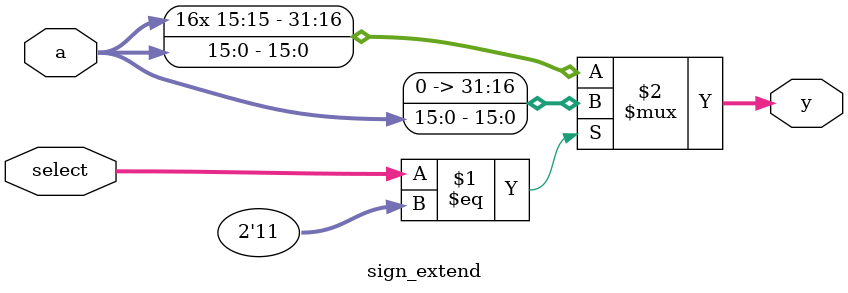
<source format=v>
`timescale 1ns / 1ps


module sign_extend(
	input  wire [15:0] a,
	input  wire [1:0]  select,
	output wire [31:0] y
    );
	assign y = (select == 2'b11) ? {{16{1'b0}}, a} : {{16{a[15]}} , a};
endmodule

</source>
